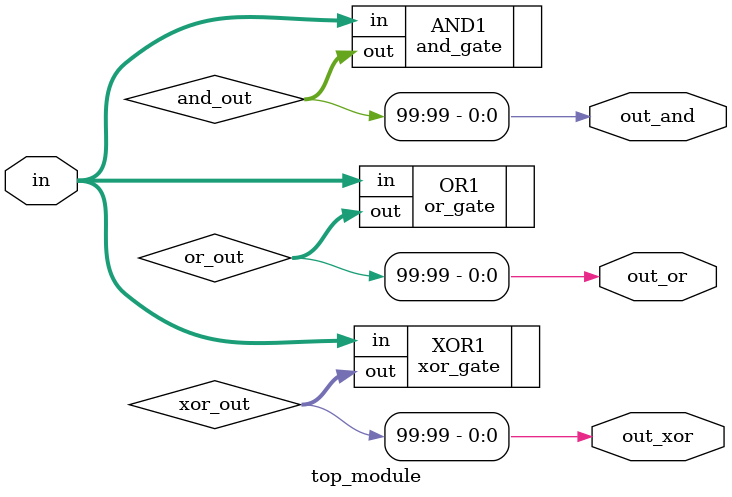
<source format=sv>
module top_module (
	input [99:0] in,
	output out_and,
	output out_or,
	output out_xor
);

	// Define internal wire signals
	wire [99:0] and_out;
	wire [99:0] or_out;
	wire [99:0] xor_out;

	// AND gate
	and_gate #(100) AND1 (
		.in(in),
		.out(and_out)
	);

	// OR gate
	or_gate #(100) OR1 (
		.in(in),
		.out(or_out)
	);

	// XOR gate
	xor_gate #(100) XOR1 (
		.in(in),
		.out(xor_out)
	);

	// Output assignments
	assign out_and = and_out[99];
	assign out_or = or_out[99];
	assign out_xor = xor_out[99];

endmodule

</source>
